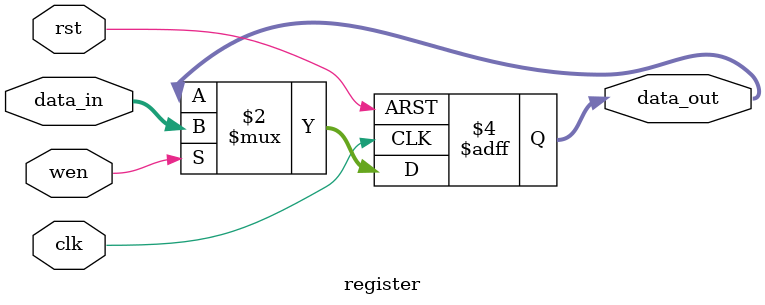
<source format=v>
`timescale 1ns / 1ps

module register #(
    parameter DATA_WIDTH = 16               // DECLARE DATA WIDTH
)(
    // DECLARE INPUT
    input clk,                              // CLOCK
    input rst,                              // RESET SIGNAL
    input wen,                              // WRITE ENABLE
    input [DATA_WIDTH-1:0] data_in,         // INPUT DATA
    
    // DECLARE OUTPUT
    output reg [DATA_WIDTH-1:0] data_out    // OUTPUT DATA
);

always @(posedge clk or posedge rst) begin
    // RESET
    if(rst) data_out <= 0;
    
    // WRITE
    else begin
        if(wen) data_out <= data_in;
    end   
end
endmodule

</source>
